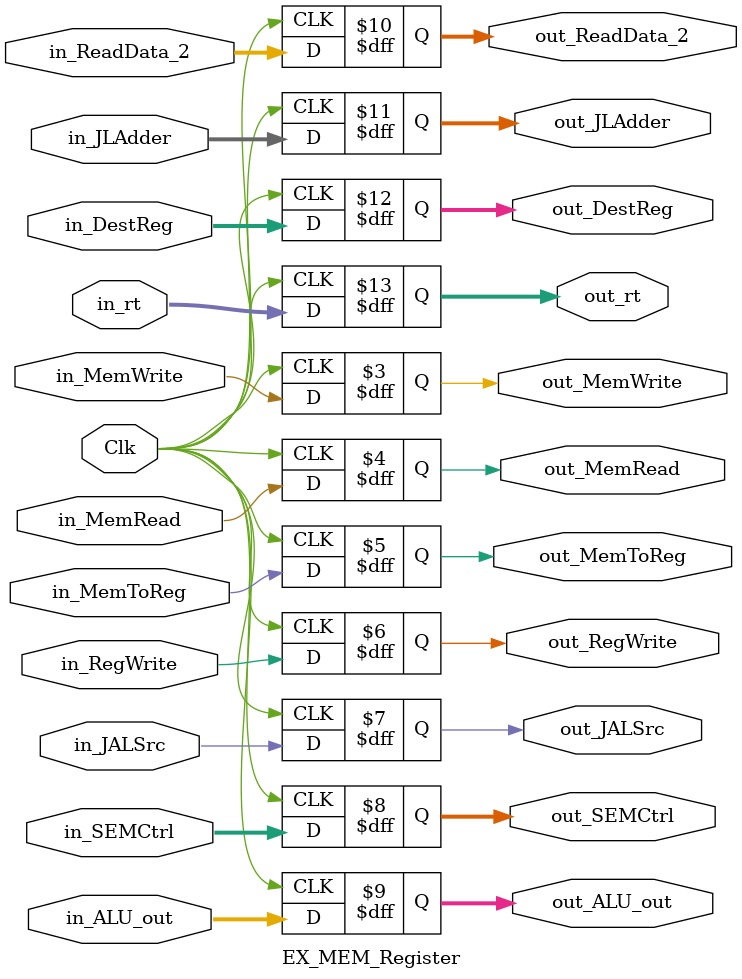
<source format=v>
`timescale 1ns / 1ps

module EX_MEM_Register(Clk, in_ALU_out, out_ALU_out, in_ReadData_2, out_ReadData_2, in_DestReg, out_DestReg, in_MemWrite, in_MemRead, in_MemToReg, in_RegWrite,out_MemWrite,
                       out_MemRead, out_MemToReg, out_RegWrite, in_SEMCtrl, out_SEMCtrl, in_JLAdder, out_JLAdder, in_JALSrc, out_JALSrc, in_rt, out_rt);

input Clk, in_MemWrite, in_MemRead, in_MemToReg, in_RegWrite, in_JALSrc;
input [1:0] in_SEMCtrl;
input [31:0] in_ALU_out, in_ReadData_2, in_JLAdder;
input [4:0] in_DestReg, in_rt;

output reg out_MemWrite, out_MemRead, out_MemToReg, out_RegWrite, out_JALSrc;
output reg [1:0] out_SEMCtrl;
output reg [31:0] out_ALU_out, out_ReadData_2, out_JLAdder;
output reg [4:0] out_DestReg, out_rt;

    initial begin

        out_ALU_out    <= 0;
        out_DestReg    <= 0;
        out_JALSrc     <= 0;
        out_JLAdder    <= 0;
        out_MemRead    <= 0;
        out_MemToReg   <= 0;
        out_MemWrite   <= 0;
        out_ReadData_2 <= 0;
        out_RegWrite   <= 0;
        out_rt         <= 0;
        out_SEMCtrl    <= 0;

    end

    always @ (posedge Clk)  begin

        out_ALU_out    <= in_ALU_out;
        out_DestReg    <= in_DestReg;
        out_JALSrc     <= in_JALSrc;
        out_JLAdder    <= in_JLAdder;
        out_MemRead    <= in_MemRead;
        out_MemToReg   <= in_MemToReg;
        out_MemWrite   <= in_MemWrite;
        out_ReadData_2 <= in_ReadData_2;
        out_RegWrite   <= in_RegWrite;
        out_rt         <= in_rt;
        out_SEMCtrl    <= in_SEMCtrl;

    end

endmodule

</source>
